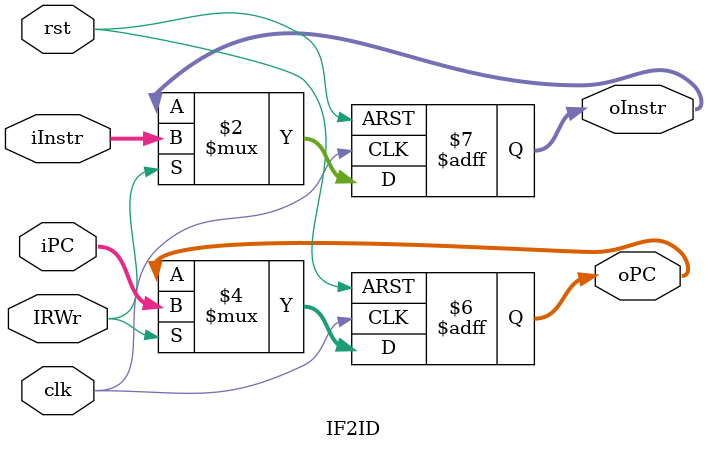
<source format=v>
module IF2ID (clk, rst, IRWr, iPC, iInstr, oPC, oInstr);
	input clk;
	input rst;
	input IRWr; 
	input [31:0] iPC;
	output reg [31:0] oPC;
	input [31:0] iInstr;
	output reg [31:0] oInstr;
	
	always @(posedge clk or posedge rst)
	begin
		if ( rst )
		begin
			oPC <= 0;
			oInstr <= 0;
		end
		else if (IRWr)
		begin
			oPC <= iPC;
			oInstr <= iInstr;
		end
	end
	
endmodule

</source>
